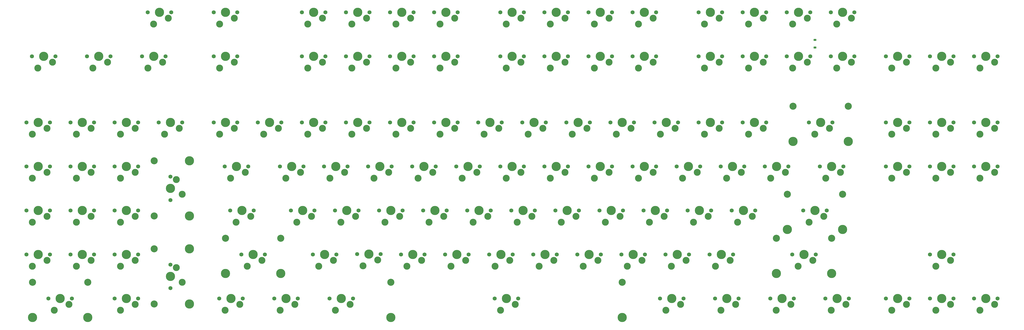
<source format=gts>
%TF.GenerationSoftware,KiCad,Pcbnew,7.0.5*%
%TF.CreationDate,2023-06-10T21:14:49-04:00*%
%TF.ProjectId,keyboard_mk1,6b657962-6f61-4726-945f-6d6b312e6b69,rev?*%
%TF.SameCoordinates,Original*%
%TF.FileFunction,Soldermask,Top*%
%TF.FilePolarity,Negative*%
%FSLAX46Y46*%
G04 Gerber Fmt 4.6, Leading zero omitted, Abs format (unit mm)*
G04 Created by KiCad (PCBNEW 7.0.5) date 2023-06-10 21:14:49*
%MOMM*%
%LPD*%
G01*
G04 APERTURE LIST*
G04 Aperture macros list*
%AMRoundRect*
0 Rectangle with rounded corners*
0 $1 Rounding radius*
0 $2 $3 $4 $5 $6 $7 $8 $9 X,Y pos of 4 corners*
0 Add a 4 corners polygon primitive as box body*
4,1,4,$2,$3,$4,$5,$6,$7,$8,$9,$2,$3,0*
0 Add four circle primitives for the rounded corners*
1,1,$1+$1,$2,$3*
1,1,$1+$1,$4,$5*
1,1,$1+$1,$6,$7*
1,1,$1+$1,$8,$9*
0 Add four rect primitives between the rounded corners*
20,1,$1+$1,$2,$3,$4,$5,0*
20,1,$1+$1,$4,$5,$6,$7,0*
20,1,$1+$1,$6,$7,$8,$9,0*
20,1,$1+$1,$8,$9,$2,$3,0*%
G04 Aperture macros list end*
%ADD10C,1.750000*%
%ADD11C,3.000000*%
%ADD12C,3.987800*%
%ADD13C,3.048000*%
%ADD14RoundRect,0.225000X-0.375000X0.225000X-0.375000X-0.225000X0.375000X-0.225000X0.375000X0.225000X0*%
G04 APERTURE END LIST*
D10*
%TO.C,125K105*%
X728980000Y-197643750D03*
D11*
X727710000Y-200183750D03*
D12*
X723900000Y-197643750D03*
D11*
X721360000Y-202723750D03*
D10*
X718820000Y-197643750D03*
%TD*%
%TO.C,K57*%
X655161250Y-121443750D03*
D11*
X653891250Y-123983750D03*
D12*
X650081250Y-121443750D03*
D11*
X647541250Y-126523750D03*
D10*
X645001250Y-121443750D03*
%TD*%
%TO.C,K18*%
X774223750Y-92868750D03*
D11*
X772953750Y-95408750D03*
D12*
X769143750Y-92868750D03*
D11*
X766603750Y-97948750D03*
D10*
X764063750Y-92868750D03*
%TD*%
D12*
%TO.C,2K106*%
X400081750Y-205898750D03*
D13*
X400081750Y-190658750D03*
D10*
X393223750Y-197643750D03*
D11*
X391953750Y-200183750D03*
D12*
X388143750Y-197643750D03*
D11*
X385603750Y-202723750D03*
D10*
X383063750Y-197643750D03*
D12*
X376205750Y-205898750D03*
D13*
X376205750Y-190658750D03*
%TD*%
D10*
%TO.C,K28*%
X540861250Y-92868750D03*
D11*
X539591250Y-95408750D03*
D12*
X535781250Y-92868750D03*
D11*
X533241250Y-97948750D03*
D10*
X530701250Y-92868750D03*
%TD*%
D12*
%TO.C,275K121*%
X721550500Y-186848750D03*
D13*
X721550500Y-171608750D03*
D10*
X714692500Y-178593750D03*
D11*
X713422500Y-181133750D03*
D12*
X709612500Y-178593750D03*
D11*
X707072500Y-183673750D03*
D10*
X704532500Y-178593750D03*
D12*
X697674500Y-186848750D03*
D13*
X697674500Y-171608750D03*
%TD*%
D10*
%TO.C,K21*%
X774223750Y-140493750D03*
D11*
X772953750Y-143033750D03*
D12*
X769143750Y-140493750D03*
D11*
X766603750Y-145573750D03*
D10*
X764063750Y-140493750D03*
%TD*%
%TO.C,K29*%
X559911250Y-92868750D03*
D11*
X558641250Y-95408750D03*
D12*
X554831250Y-92868750D03*
D11*
X552291250Y-97948750D03*
D10*
X549751250Y-92868750D03*
%TD*%
%TO.C,K67*%
X464661250Y-73818750D03*
D11*
X463391250Y-76358750D03*
D12*
X459581250Y-73818750D03*
D11*
X457041250Y-78898750D03*
D10*
X454501250Y-73818750D03*
%TD*%
%TO.C,K35*%
X693261250Y-92868750D03*
D11*
X691991250Y-95408750D03*
D12*
X688181250Y-92868750D03*
D11*
X685641250Y-97948750D03*
D10*
X683101250Y-92868750D03*
%TD*%
%TO.C,K42*%
X793273750Y-140493750D03*
D11*
X792003750Y-143033750D03*
D12*
X788193750Y-140493750D03*
D11*
X785653750Y-145573750D03*
D10*
X783113750Y-140493750D03*
%TD*%
%TO.C,K49*%
X502761250Y-121443750D03*
D11*
X501491250Y-123983750D03*
D12*
X497681250Y-121443750D03*
D11*
X495141250Y-126523750D03*
D10*
X492601250Y-121443750D03*
%TD*%
%TO.C,K44*%
X402748750Y-140493750D03*
D11*
X401478750Y-143033750D03*
D12*
X397668750Y-140493750D03*
D11*
X395128750Y-145573750D03*
D10*
X392588750Y-140493750D03*
%TD*%
%TO.C,K55*%
X617061250Y-121443750D03*
D11*
X615791250Y-123983750D03*
D12*
X611981250Y-121443750D03*
D11*
X609441250Y-126523750D03*
D10*
X606901250Y-121443750D03*
%TD*%
%TO.C,K95*%
X593248750Y-159543750D03*
D11*
X591978750Y-162083750D03*
D12*
X588168750Y-159543750D03*
D11*
X585628750Y-164623750D03*
D10*
X583088750Y-159543750D03*
%TD*%
%TO.C,K17*%
X755173750Y-92868750D03*
D11*
X753903750Y-95408750D03*
D12*
X750093750Y-92868750D03*
D11*
X747553750Y-97948750D03*
D10*
X745013750Y-92868750D03*
%TD*%
%TO.C,K53*%
X578961250Y-121443750D03*
D11*
X577691250Y-123983750D03*
D12*
X573881250Y-121443750D03*
D11*
X571341250Y-126523750D03*
D10*
X568801250Y-121443750D03*
%TD*%
%TO.C,K27*%
X521811250Y-92868750D03*
D11*
X520541250Y-95408750D03*
D12*
X516731250Y-92868750D03*
D11*
X514191250Y-97948750D03*
D10*
X511651250Y-92868750D03*
%TD*%
%TO.C,K59*%
X693261250Y-121443750D03*
D11*
X691991250Y-123983750D03*
D12*
X688181250Y-121443750D03*
D11*
X685641250Y-126523750D03*
D10*
X683101250Y-121443750D03*
%TD*%
%TO.C,K6*%
X521811250Y-73818750D03*
D11*
X520541250Y-76358750D03*
D12*
X516731250Y-73818750D03*
D11*
X514191250Y-78898750D03*
D10*
X511651250Y-73818750D03*
%TD*%
%TO.C,125K2*%
X409892500Y-92868750D03*
D11*
X408622500Y-95408750D03*
D12*
X404812500Y-92868750D03*
D11*
X402272500Y-97948750D03*
D10*
X399732500Y-92868750D03*
%TD*%
%TO.C,K52*%
X559911250Y-121443750D03*
D11*
X558641250Y-123983750D03*
D12*
X554831250Y-121443750D03*
D11*
X552291250Y-126523750D03*
D10*
X549751250Y-121443750D03*
%TD*%
%TO.C,K96*%
X612298750Y-159543750D03*
D11*
X611028750Y-162083750D03*
D12*
X607218750Y-159543750D03*
D11*
X604678750Y-164623750D03*
D10*
X602138750Y-159543750D03*
%TD*%
%TO.C,K69*%
X493236250Y-140493750D03*
D11*
X491966250Y-143033750D03*
D12*
X488156250Y-140493750D03*
D11*
X485616250Y-145573750D03*
D10*
X483076250Y-140493750D03*
%TD*%
%TO.C,K61*%
X755173750Y-197643750D03*
D11*
X753903750Y-200183750D03*
D12*
X750093750Y-197643750D03*
D11*
X747553750Y-202723750D03*
D10*
X745013750Y-197643750D03*
%TD*%
%TO.C,K14*%
X693261250Y-73818750D03*
D11*
X691991250Y-76358750D03*
D12*
X688181250Y-73818750D03*
D11*
X685641250Y-78898750D03*
D10*
X683101250Y-73818750D03*
%TD*%
%TO.C,K23*%
X402748750Y-121443750D03*
D11*
X401478750Y-123983750D03*
D12*
X397668750Y-121443750D03*
D11*
X395128750Y-126523750D03*
D10*
X392588750Y-121443750D03*
%TD*%
%TO.C,K92*%
X536098750Y-159543750D03*
D11*
X534828750Y-162083750D03*
D12*
X531018750Y-159543750D03*
D11*
X528478750Y-164623750D03*
D10*
X525938750Y-159543750D03*
%TD*%
D12*
%TO.C,225K110*%
X483425500Y-186848750D03*
D13*
X483425500Y-171608750D03*
D10*
X476567500Y-178593750D03*
D11*
X475297500Y-181133750D03*
D12*
X471487500Y-178593750D03*
D11*
X468947500Y-183673750D03*
D10*
X466407500Y-178593750D03*
D12*
X459549500Y-186848750D03*
D13*
X459549500Y-171608750D03*
%TD*%
D10*
%TO.C,K63*%
X793273750Y-197643750D03*
D11*
X792003750Y-200183750D03*
D12*
X788193750Y-197643750D03*
D11*
X785653750Y-202723750D03*
D10*
X783113750Y-197643750D03*
%TD*%
%TO.C,K94*%
X574198750Y-159543750D03*
D11*
X572928750Y-162083750D03*
D12*
X569118750Y-159543750D03*
D11*
X566578750Y-164623750D03*
D10*
X564038750Y-159543750D03*
%TD*%
%TO.C,125K102*%
X657542500Y-197643750D03*
D11*
X656272500Y-200183750D03*
D12*
X652462500Y-197643750D03*
D11*
X649922500Y-202723750D03*
D10*
X647382500Y-197643750D03*
%TD*%
%TO.C,15K81*%
X726598750Y-140493750D03*
D11*
X725328750Y-143033750D03*
D12*
X721518750Y-140493750D03*
D11*
X718978750Y-145573750D03*
D10*
X716438750Y-140493750D03*
%TD*%
%TO.C,K20*%
X755173750Y-140493750D03*
D11*
X753903750Y-143033750D03*
D12*
X750093750Y-140493750D03*
D11*
X747553750Y-145573750D03*
D10*
X745013750Y-140493750D03*
%TD*%
%TO.C,K80*%
X702786250Y-140493750D03*
D11*
X701516250Y-143033750D03*
D12*
X697706250Y-140493750D03*
D11*
X695166250Y-145573750D03*
D10*
X692626250Y-140493750D03*
%TD*%
%TO.C,K72*%
X550386250Y-140493750D03*
D11*
X549116250Y-143033750D03*
D12*
X545306250Y-140493750D03*
D11*
X542766250Y-145573750D03*
D10*
X540226250Y-140493750D03*
%TD*%
%TO.C,K77*%
X645636250Y-140493750D03*
D11*
X644366250Y-143033750D03*
D12*
X640556250Y-140493750D03*
D11*
X638016250Y-145573750D03*
D10*
X635476250Y-140493750D03*
%TD*%
%TO.C,K93*%
X555148750Y-159543750D03*
D11*
X553878750Y-162083750D03*
D12*
X550068750Y-159543750D03*
D11*
X547528750Y-164623750D03*
D10*
X544988750Y-159543750D03*
%TD*%
%TO.C,K33*%
X645636250Y-92868750D03*
D11*
X644366250Y-95408750D03*
D12*
X640556250Y-92868750D03*
D11*
X638016250Y-97948750D03*
D10*
X635476250Y-92868750D03*
%TD*%
%TO.C,K116*%
X602773750Y-178593750D03*
D11*
X601503750Y-181133750D03*
D12*
X597693750Y-178593750D03*
D11*
X595153750Y-183673750D03*
D10*
X592613750Y-178593750D03*
%TD*%
%TO.C,K54*%
X598011250Y-121443750D03*
D11*
X596741250Y-123983750D03*
D12*
X592931250Y-121443750D03*
D11*
X590391250Y-126523750D03*
D10*
X587851250Y-121443750D03*
%TD*%
%TO.C,K76*%
X626586250Y-140493750D03*
D11*
X625316250Y-143033750D03*
D12*
X621506250Y-140493750D03*
D11*
X618966250Y-145573750D03*
D10*
X616426250Y-140493750D03*
%TD*%
%TO.C,K16*%
X731361250Y-73818750D03*
D11*
X730091250Y-76358750D03*
D12*
X726281250Y-73818750D03*
D11*
X723741250Y-78898750D03*
D10*
X721201250Y-73818750D03*
%TD*%
%TO.C,K26*%
X502761250Y-92868750D03*
D11*
X501491250Y-95408750D03*
D12*
X497681250Y-92868750D03*
D11*
X495141250Y-97948750D03*
D10*
X492601250Y-92868750D03*
%TD*%
%TO.C,125K83*%
X490855000Y-197643750D03*
D11*
X489585000Y-200183750D03*
D12*
X485775000Y-197643750D03*
D11*
X483235000Y-202723750D03*
D10*
X480695000Y-197643750D03*
%TD*%
%TO.C,K74*%
X588486250Y-140493750D03*
D11*
X587216250Y-143033750D03*
D12*
X583406250Y-140493750D03*
D11*
X580866250Y-145573750D03*
D10*
X578326250Y-140493750D03*
%TD*%
%TO.C,K9*%
X588486250Y-73818750D03*
D11*
X587216250Y-76358750D03*
D12*
X583406250Y-73818750D03*
D11*
X580866250Y-78898750D03*
D10*
X578326250Y-73818750D03*
%TD*%
%TO.C,K19*%
X793273750Y-92868750D03*
D11*
X792003750Y-95408750D03*
D12*
X788193750Y-92868750D03*
D11*
X785653750Y-97948750D03*
D10*
X783113750Y-92868750D03*
%TD*%
D12*
%TO.C,2K88*%
X444023750Y-176180750D03*
D13*
X428783750Y-176180750D03*
D10*
X435768750Y-183038750D03*
D11*
X438308750Y-184308750D03*
D12*
X435768750Y-188118750D03*
D11*
X440848750Y-190658750D03*
D10*
X435768750Y-193198750D03*
D12*
X444023750Y-200056750D03*
D13*
X428783750Y-200056750D03*
%TD*%
D10*
%TO.C,K12*%
X645636250Y-73818750D03*
D11*
X644366250Y-76358750D03*
D12*
X640556250Y-73818750D03*
D11*
X638016250Y-78898750D03*
D10*
X635476250Y-73818750D03*
%TD*%
%TO.C,K70*%
X512286250Y-140493750D03*
D11*
X511016250Y-143033750D03*
D12*
X507206250Y-140493750D03*
D11*
X504666250Y-145573750D03*
D10*
X502126250Y-140493750D03*
%TD*%
%TO.C,K79*%
X683736250Y-140493750D03*
D11*
X682466250Y-143033750D03*
D12*
X678656250Y-140493750D03*
D11*
X676116250Y-145573750D03*
D10*
X673576250Y-140493750D03*
%TD*%
%TO.C,K34*%
X674211250Y-92868750D03*
D11*
X672941250Y-95408750D03*
D12*
X669131250Y-92868750D03*
D11*
X666591250Y-97948750D03*
D10*
X664051250Y-92868750D03*
%TD*%
%TO.C,K99*%
X669448750Y-159543750D03*
D11*
X668178750Y-162083750D03*
D12*
X664368750Y-159543750D03*
D11*
X661828750Y-164623750D03*
D10*
X659288750Y-159543750D03*
%TD*%
%TO.C,125K103*%
X681355000Y-197643750D03*
D11*
X680085000Y-200183750D03*
D12*
X676275000Y-197643750D03*
D11*
X673735000Y-202723750D03*
D10*
X671195000Y-197643750D03*
%TD*%
%TO.C,K100*%
X688498750Y-159543750D03*
D11*
X687228750Y-162083750D03*
D12*
X683418750Y-159543750D03*
D11*
X680878750Y-164623750D03*
D10*
X678338750Y-159543750D03*
%TD*%
%TO.C,K22*%
X383698750Y-121443750D03*
D11*
X382428750Y-123983750D03*
D12*
X378618750Y-121443750D03*
D11*
X376078750Y-126523750D03*
D10*
X373538750Y-121443750D03*
%TD*%
%TO.C,K64*%
X383698750Y-159543750D03*
D11*
X382428750Y-162083750D03*
D12*
X378618750Y-159543750D03*
D11*
X376078750Y-164623750D03*
D10*
X373538750Y-159543750D03*
%TD*%
%TO.C,K118*%
X640873750Y-178593750D03*
D11*
X639603750Y-181133750D03*
D12*
X635793750Y-178593750D03*
D11*
X633253750Y-183673750D03*
D10*
X630713750Y-178593750D03*
%TD*%
%TO.C,K75*%
X607536250Y-140493750D03*
D11*
X606266250Y-143033750D03*
D12*
X602456250Y-140493750D03*
D11*
X599916250Y-145573750D03*
D10*
X597376250Y-140493750D03*
%TD*%
D12*
%TO.C,625K109*%
X631024900Y-205898750D03*
D13*
X631024900Y-190658750D03*
D10*
X586105000Y-197643750D03*
D11*
X584835000Y-200183750D03*
D12*
X581025000Y-197643750D03*
D11*
X578485000Y-202723750D03*
D10*
X575945000Y-197643750D03*
D12*
X531025100Y-205898750D03*
D13*
X531025100Y-190658750D03*
%TD*%
D10*
%TO.C,K85*%
X383698750Y-178593750D03*
D11*
X382428750Y-181133750D03*
D12*
X378618750Y-178593750D03*
D11*
X376078750Y-183673750D03*
D10*
X373538750Y-178593750D03*
%TD*%
%TO.C,K40*%
X793273750Y-121443750D03*
D11*
X792003750Y-123983750D03*
D12*
X788193750Y-121443750D03*
D11*
X785653750Y-126523750D03*
D10*
X783113750Y-121443750D03*
%TD*%
%TO.C,K117*%
X621823750Y-178593750D03*
D11*
X620553750Y-181133750D03*
D12*
X616743750Y-178593750D03*
D11*
X614203750Y-183673750D03*
D10*
X611663750Y-178593750D03*
%TD*%
%TO.C,K15*%
X712311250Y-73818750D03*
D11*
X711041250Y-76358750D03*
D12*
X707231250Y-73818750D03*
D11*
X704691250Y-78898750D03*
D10*
X702151250Y-73818750D03*
%TD*%
%TO.C,K66*%
X421798750Y-159543750D03*
D11*
X420528750Y-162083750D03*
D12*
X416718750Y-159543750D03*
D11*
X414178750Y-164623750D03*
D10*
X411638750Y-159543750D03*
%TD*%
%TO.C,K24*%
X421798750Y-121443750D03*
D11*
X420528750Y-123983750D03*
D12*
X416718750Y-121443750D03*
D11*
X414178750Y-126523750D03*
D10*
X411638750Y-121443750D03*
%TD*%
%TO.C,K87*%
X421798750Y-178593750D03*
D11*
X420528750Y-181133750D03*
D12*
X416718750Y-178593750D03*
D11*
X414178750Y-183673750D03*
D10*
X411638750Y-178593750D03*
%TD*%
%TO.C,K32*%
X626586250Y-92868750D03*
D11*
X625316250Y-95408750D03*
D12*
X621506250Y-92868750D03*
D11*
X618966250Y-97948750D03*
D10*
X616426250Y-92868750D03*
%TD*%
%TO.C,K111*%
X507523750Y-178593750D03*
D11*
X506253750Y-181133750D03*
D12*
X502443750Y-178593750D03*
D11*
X499903750Y-183673750D03*
D10*
X497363750Y-178593750D03*
%TD*%
%TO.C,K31*%
X607536250Y-92868750D03*
D11*
X606266250Y-95408750D03*
D12*
X602456250Y-92868750D03*
D11*
X599916250Y-97948750D03*
D10*
X597376250Y-92868750D03*
%TD*%
%TO.C,125K82*%
X467042500Y-197643750D03*
D11*
X465772500Y-200183750D03*
D12*
X461962500Y-197643750D03*
D11*
X459422500Y-202723750D03*
D10*
X456882500Y-197643750D03*
%TD*%
%TO.C,125K1*%
X386080000Y-92868750D03*
D11*
X384810000Y-95408750D03*
D12*
X381000000Y-92868750D03*
D11*
X378460000Y-97948750D03*
D10*
X375920000Y-92868750D03*
%TD*%
%TO.C,K56*%
X636111250Y-121443750D03*
D11*
X634841250Y-123983750D03*
D12*
X631031250Y-121443750D03*
D11*
X628491250Y-126523750D03*
D10*
X625951250Y-121443750D03*
%TD*%
D12*
%TO.C,225K101*%
X726313000Y-167798750D03*
D13*
X726313000Y-152558750D03*
D10*
X719455000Y-159543750D03*
D11*
X718185000Y-162083750D03*
D12*
X714375000Y-159543750D03*
D11*
X711835000Y-164623750D03*
D10*
X709295000Y-159543750D03*
D12*
X702437000Y-167798750D03*
D13*
X702437000Y-152558750D03*
%TD*%
D10*
%TO.C,K113*%
X545623750Y-178593750D03*
D11*
X544353750Y-181133750D03*
D12*
X540543750Y-178593750D03*
D11*
X538003750Y-183673750D03*
D10*
X535463750Y-178593750D03*
%TD*%
%TO.C,K50*%
X521811250Y-121443750D03*
D11*
X520541250Y-123983750D03*
D12*
X516731250Y-121443750D03*
D11*
X514191250Y-126523750D03*
D10*
X511651250Y-121443750D03*
%TD*%
%TO.C,K47*%
X464661250Y-121443750D03*
D11*
X463391250Y-123983750D03*
D12*
X459581250Y-121443750D03*
D11*
X457041250Y-126523750D03*
D10*
X454501250Y-121443750D03*
%TD*%
%TO.C,K8*%
X559911250Y-73818750D03*
D11*
X558641250Y-76358750D03*
D12*
X554831250Y-73818750D03*
D11*
X552291250Y-78898750D03*
D10*
X549751250Y-73818750D03*
%TD*%
%TO.C,K90*%
X497998750Y-159543750D03*
D11*
X496728750Y-162083750D03*
D12*
X492918750Y-159543750D03*
D11*
X490378750Y-164623750D03*
D10*
X487838750Y-159543750D03*
%TD*%
%TO.C,K62*%
X774223750Y-197643750D03*
D11*
X772953750Y-200183750D03*
D12*
X769143750Y-197643750D03*
D11*
X766603750Y-202723750D03*
D10*
X764063750Y-197643750D03*
%TD*%
%TO.C,K119*%
X659923750Y-178593750D03*
D11*
X658653750Y-181133750D03*
D12*
X654843750Y-178593750D03*
D11*
X652303750Y-183673750D03*
D10*
X649763750Y-178593750D03*
%TD*%
%TO.C,K36*%
X712311250Y-92868750D03*
D11*
X711041250Y-95408750D03*
D12*
X707231250Y-92868750D03*
D11*
X704691250Y-97948750D03*
D10*
X702151250Y-92868750D03*
%TD*%
%TO.C,K25*%
X440848750Y-121443750D03*
D11*
X439578750Y-123983750D03*
D12*
X435768750Y-121443750D03*
D11*
X433228750Y-126523750D03*
D10*
X430688750Y-121443750D03*
%TD*%
%TO.C,125K3*%
X433705000Y-92868750D03*
D11*
X432435000Y-95408750D03*
D12*
X428625000Y-92868750D03*
D11*
X426085000Y-97948750D03*
D10*
X423545000Y-92868750D03*
%TD*%
%TO.C,K97*%
X631348750Y-159543750D03*
D11*
X630078750Y-162083750D03*
D12*
X626268750Y-159543750D03*
D11*
X623728750Y-164623750D03*
D10*
X621188750Y-159543750D03*
%TD*%
%TO.C,K73*%
X569436250Y-140493750D03*
D11*
X568166250Y-143033750D03*
D12*
X564356250Y-140493750D03*
D11*
X561816250Y-145573750D03*
D10*
X559276250Y-140493750D03*
%TD*%
%TO.C,K65*%
X402748750Y-159543750D03*
D11*
X401478750Y-162083750D03*
D12*
X397668750Y-159543750D03*
D11*
X395128750Y-164623750D03*
D10*
X392588750Y-159543750D03*
%TD*%
%TO.C,125K84*%
X514667500Y-197643750D03*
D11*
X513397500Y-200183750D03*
D12*
X509587500Y-197643750D03*
D11*
X507047500Y-202723750D03*
D10*
X504507500Y-197643750D03*
%TD*%
%TO.C,K91*%
X517048750Y-159543750D03*
D11*
X515778750Y-162083750D03*
D12*
X511968750Y-159543750D03*
D11*
X509428750Y-164623750D03*
D10*
X506888750Y-159543750D03*
%TD*%
%TO.C,125K104*%
X705167500Y-197643750D03*
D11*
X703897500Y-200183750D03*
D12*
X700087500Y-197643750D03*
D11*
X697547500Y-202723750D03*
D10*
X695007500Y-197643750D03*
%TD*%
%TO.C,K11*%
X626586250Y-73818750D03*
D11*
X625316250Y-76358750D03*
D12*
X621506250Y-73818750D03*
D11*
X618966250Y-78898750D03*
D10*
X616426250Y-73818750D03*
%TD*%
%TO.C,K48*%
X483711250Y-121443750D03*
D11*
X482441250Y-123983750D03*
D12*
X478631250Y-121443750D03*
D11*
X476091250Y-126523750D03*
D10*
X473551250Y-121443750D03*
%TD*%
%TO.C,K120*%
X678973750Y-178593750D03*
D11*
X677703750Y-181133750D03*
D12*
X673893750Y-178593750D03*
D11*
X671353750Y-183673750D03*
D10*
X668813750Y-178593750D03*
%TD*%
%TO.C,K45*%
X421798750Y-140493750D03*
D11*
X420528750Y-143033750D03*
D12*
X416718750Y-140493750D03*
D11*
X414178750Y-145573750D03*
D10*
X411638750Y-140493750D03*
%TD*%
%TO.C,K71*%
X531336250Y-140493750D03*
D11*
X530066250Y-143033750D03*
D12*
X526256250Y-140493750D03*
D11*
X523716250Y-145573750D03*
D10*
X521176250Y-140493750D03*
%TD*%
%TO.C,K43*%
X383698750Y-140493750D03*
D11*
X382428750Y-143033750D03*
D12*
X378618750Y-140493750D03*
D11*
X376078750Y-145573750D03*
D10*
X373538750Y-140493750D03*
%TD*%
D12*
%TO.C,2K46*%
X444023750Y-138080750D03*
D13*
X428783750Y-138080750D03*
D10*
X435768750Y-144938750D03*
D11*
X438308750Y-146208750D03*
D12*
X435768750Y-150018750D03*
D11*
X440848750Y-152558750D03*
D10*
X435768750Y-155098750D03*
D12*
X444023750Y-161956750D03*
D13*
X428783750Y-161956750D03*
%TD*%
D10*
%TO.C,K7*%
X540861250Y-73818750D03*
D11*
X539591250Y-76358750D03*
D12*
X535781250Y-73818750D03*
D11*
X533241250Y-78898750D03*
D10*
X530701250Y-73818750D03*
%TD*%
%TO.C,K78*%
X664686250Y-140493750D03*
D11*
X663416250Y-143033750D03*
D12*
X659606250Y-140493750D03*
D11*
X657066250Y-145573750D03*
D10*
X654526250Y-140493750D03*
%TD*%
%TO.C,K114*%
X564673750Y-178593750D03*
D11*
X563403750Y-181133750D03*
D12*
X559593750Y-178593750D03*
D11*
X557053750Y-183673750D03*
D10*
X554513750Y-178593750D03*
%TD*%
D14*
%TO.C,D103*%
X714375000Y-85775000D03*
X714375000Y-89075000D03*
%TD*%
D10*
%TO.C,K41*%
X774223750Y-178593750D03*
D11*
X772953750Y-181133750D03*
D12*
X769143750Y-178593750D03*
D11*
X766603750Y-183673750D03*
D10*
X764063750Y-178593750D03*
%TD*%
%TO.C,K108*%
X421798750Y-197643750D03*
D11*
X420528750Y-200183750D03*
D12*
X416718750Y-197643750D03*
D11*
X414178750Y-202723750D03*
D10*
X411638750Y-197643750D03*
%TD*%
%TO.C,K10*%
X607536250Y-73818750D03*
D11*
X606266250Y-76358750D03*
D12*
X602456250Y-73818750D03*
D11*
X599916250Y-78898750D03*
D10*
X597376250Y-73818750D03*
%TD*%
%TO.C,K13*%
X674211250Y-73818750D03*
D11*
X672941250Y-76358750D03*
D12*
X669131250Y-73818750D03*
D11*
X666591250Y-78898750D03*
D10*
X664051250Y-73818750D03*
%TD*%
D12*
%TO.C,2K60*%
X728694250Y-129698750D03*
D13*
X728694250Y-114458750D03*
D10*
X721836250Y-121443750D03*
D11*
X720566250Y-123983750D03*
D12*
X716756250Y-121443750D03*
D11*
X714216250Y-126523750D03*
D10*
X711676250Y-121443750D03*
D12*
X704818250Y-129698750D03*
D13*
X704818250Y-114458750D03*
%TD*%
D10*
%TO.C,K115*%
X583723750Y-178593750D03*
D11*
X582453750Y-181133750D03*
D12*
X578643750Y-178593750D03*
D11*
X576103750Y-183673750D03*
D10*
X573563750Y-178593750D03*
%TD*%
%TO.C,K98*%
X650398750Y-159543750D03*
D11*
X649128750Y-162083750D03*
D12*
X645318750Y-159543750D03*
D11*
X642778750Y-164623750D03*
D10*
X640238750Y-159543750D03*
%TD*%
%TO.C,K58*%
X674211250Y-121443750D03*
D11*
X672941250Y-123983750D03*
D12*
X669131250Y-121443750D03*
D11*
X666591250Y-126523750D03*
D10*
X664051250Y-121443750D03*
%TD*%
%TO.C,15K68*%
X469423750Y-140493750D03*
D11*
X468153750Y-143033750D03*
D12*
X464343750Y-140493750D03*
D11*
X461803750Y-145573750D03*
D10*
X459263750Y-140493750D03*
%TD*%
%TO.C,K37*%
X731361250Y-92868750D03*
D11*
X730091250Y-95408750D03*
D12*
X726281250Y-92868750D03*
D11*
X723741250Y-97948750D03*
D10*
X721201250Y-92868750D03*
%TD*%
%TO.C,K112*%
X526632500Y-178435000D03*
D11*
X525362500Y-180975000D03*
D12*
X521552500Y-178435000D03*
D11*
X519012500Y-183515000D03*
D10*
X516472500Y-178435000D03*
%TD*%
%TO.C,K30*%
X588486250Y-92868750D03*
D11*
X587216250Y-95408750D03*
D12*
X583406250Y-92868750D03*
D11*
X580866250Y-97948750D03*
D10*
X578326250Y-92868750D03*
%TD*%
%TO.C,K86*%
X402748750Y-178593750D03*
D11*
X401478750Y-181133750D03*
D12*
X397668750Y-178593750D03*
D11*
X395128750Y-183673750D03*
D10*
X392588750Y-178593750D03*
%TD*%
%TO.C,K5*%
X502761250Y-73818750D03*
D11*
X501491250Y-76358750D03*
D12*
X497681250Y-73818750D03*
D11*
X495141250Y-78898750D03*
D10*
X492601250Y-73818750D03*
%TD*%
%TO.C,175K89*%
X471805000Y-159543750D03*
D11*
X470535000Y-162083750D03*
D12*
X466725000Y-159543750D03*
D11*
X464185000Y-164623750D03*
D10*
X461645000Y-159543750D03*
%TD*%
%TO.C,K38*%
X755173750Y-121443750D03*
D11*
X753903750Y-123983750D03*
D12*
X750093750Y-121443750D03*
D11*
X747553750Y-126523750D03*
D10*
X745013750Y-121443750D03*
%TD*%
%TO.C,K4*%
X436086250Y-73818750D03*
D11*
X434816250Y-76358750D03*
D12*
X431006250Y-73818750D03*
D11*
X428466250Y-78898750D03*
D10*
X425926250Y-73818750D03*
%TD*%
%TO.C,K39*%
X774223750Y-121443750D03*
D11*
X772953750Y-123983750D03*
D12*
X769143750Y-121443750D03*
D11*
X766603750Y-126523750D03*
D10*
X764063750Y-121443750D03*
%TD*%
%TO.C,K107*%
X464661250Y-92868750D03*
D11*
X463391250Y-95408750D03*
D12*
X459581250Y-92868750D03*
D11*
X457041250Y-97948750D03*
D10*
X454501250Y-92868750D03*
%TD*%
%TO.C,K51*%
X540861250Y-121443750D03*
D11*
X539591250Y-123983750D03*
D12*
X535781250Y-121443750D03*
D11*
X533241250Y-126523750D03*
D10*
X530701250Y-121443750D03*
%TD*%
M02*

</source>
